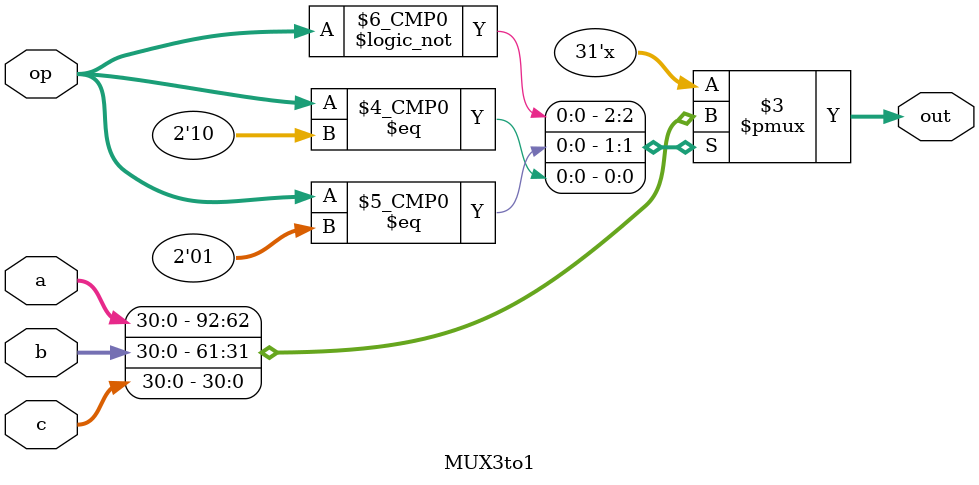
<source format=v>
module MUX3to1(out, a, b, c, op);

parameter n = 31;

output reg [n-1:0] out;
input [n-1:0] a, b, c;
input [1:0] op;

always@(*) begin
  case(op)
    0: out <= a;
    1: out <= b;
    2: out <= c;
    default: out <= out;
  endcase
end

endmodule

</source>
